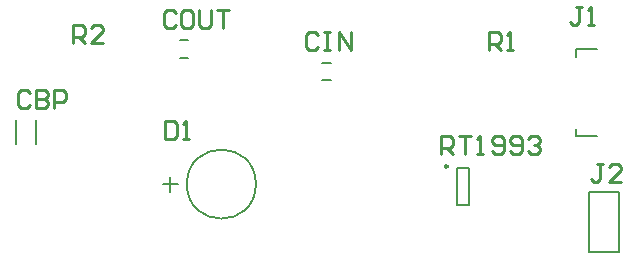
<source format=gto>
G04*
G04 #@! TF.GenerationSoftware,Altium Limited,Altium Designer,20.0.2 (26)*
G04*
G04 Layer_Color=65535*
%FSLAX25Y25*%
%MOIN*%
G70*
G01*
G75*
%ADD10C,0.00984*%
%ADD11C,0.00787*%
%ADD12C,0.01000*%
D10*
X302992Y250945D02*
G03*
X302992Y250945I-492J0D01*
G01*
D11*
X239006Y245000D02*
G03*
X239006Y245000I-11506J0D01*
G01*
X345807Y290039D02*
X352579D01*
X345807Y287480D02*
Y290039D01*
Y260906D02*
Y263465D01*
Y260906D02*
X352579D01*
X350000Y242500D02*
X360000D01*
Y222500D02*
Y242500D01*
X350000Y222500D02*
X360000D01*
X350000D02*
Y242500D01*
X309882Y238051D02*
Y250256D01*
X305945Y238051D02*
Y250256D01*
Y238051D02*
X309882D01*
X305945Y250256D02*
X309882D01*
X261122Y279547D02*
X263878D01*
X261122Y285453D02*
X263878D01*
X210500Y242500D02*
Y247500D01*
X208000Y245000D02*
X213000D01*
X213622Y292953D02*
X216378D01*
X213622Y287047D02*
X216378D01*
X159154Y258508D02*
Y266429D01*
X165846Y258508D02*
Y266429D01*
D12*
X347649Y304021D02*
X345649D01*
X346649D01*
Y299022D01*
X345649Y298022D01*
X344650D01*
X343650Y299022D01*
X349648Y298022D02*
X351647D01*
X350648D01*
Y304021D01*
X349648Y303021D01*
X354649Y251848D02*
X352649D01*
X353649D01*
Y246850D01*
X352649Y245850D01*
X351650D01*
X350650Y246850D01*
X360647Y245850D02*
X356648D01*
X360647Y249849D01*
Y250848D01*
X359647Y251848D01*
X357648D01*
X356648Y250848D01*
X316750Y289550D02*
Y295548D01*
X319749D01*
X320749Y294548D01*
Y292549D01*
X319749Y291549D01*
X316750D01*
X318749D02*
X320749Y289550D01*
X322748D02*
X324747D01*
X323748D01*
Y295548D01*
X322748Y294548D01*
X300553Y254921D02*
Y260918D01*
X303553D01*
X304552Y259919D01*
Y257920D01*
X303553Y256920D01*
X300553D01*
X302553D02*
X304552Y254921D01*
X306552Y260918D02*
X310550D01*
X308551D01*
Y254921D01*
X312550D02*
X314549D01*
X313549D01*
Y260918D01*
X312550Y259919D01*
X317548Y255920D02*
X318548Y254921D01*
X320547D01*
X321547Y255920D01*
Y259919D01*
X320547Y260918D01*
X318548D01*
X317548Y259919D01*
Y258919D01*
X318548Y257920D01*
X321547D01*
X323546Y255920D02*
X324546Y254921D01*
X326545D01*
X327545Y255920D01*
Y259919D01*
X326545Y260918D01*
X324546D01*
X323546Y259919D01*
Y258919D01*
X324546Y257920D01*
X327545D01*
X329544Y259919D02*
X330544Y260918D01*
X332543D01*
X333543Y259919D01*
Y258919D01*
X332543Y257920D01*
X331543D01*
X332543D01*
X333543Y256920D01*
Y255920D01*
X332543Y254921D01*
X330544D01*
X329544Y255920D01*
X259749Y294548D02*
X258749Y295548D01*
X256750D01*
X255750Y294548D01*
Y290550D01*
X256750Y289550D01*
X258749D01*
X259749Y290550D01*
X261748Y295548D02*
X263747D01*
X262748D01*
Y289550D01*
X261748D01*
X263747D01*
X266746D02*
Y295548D01*
X270745Y289550D01*
Y295548D01*
X208650Y265948D02*
Y259950D01*
X211649D01*
X212649Y260950D01*
Y264948D01*
X211649Y265948D01*
X208650D01*
X214648Y259950D02*
X216647D01*
X215648D01*
Y265948D01*
X214648Y264948D01*
X212199Y301998D02*
X211199Y302998D01*
X209200D01*
X208200Y301998D01*
Y298000D01*
X209200Y297000D01*
X211199D01*
X212199Y298000D01*
X217197Y302998D02*
X215198D01*
X214198Y301998D01*
Y298000D01*
X215198Y297000D01*
X217197D01*
X218197Y298000D01*
Y301998D01*
X217197Y302998D01*
X220196D02*
Y298000D01*
X221196Y297000D01*
X223195D01*
X224195Y298000D01*
Y302998D01*
X226194D02*
X230193D01*
X228193D01*
Y297000D01*
X177950Y292150D02*
Y298148D01*
X180949D01*
X181949Y297148D01*
Y295149D01*
X180949Y294149D01*
X177950D01*
X179949D02*
X181949Y292150D01*
X187947D02*
X183948D01*
X187947Y296149D01*
Y297148D01*
X186947Y298148D01*
X184948D01*
X183948Y297148D01*
X163749Y275217D02*
X162749Y276217D01*
X160750D01*
X159750Y275217D01*
Y271218D01*
X160750Y270218D01*
X162749D01*
X163749Y271218D01*
X165748Y276217D02*
Y270218D01*
X168747D01*
X169747Y271218D01*
Y272218D01*
X168747Y273218D01*
X165748D01*
X168747D01*
X169747Y274217D01*
Y275217D01*
X168747Y276217D01*
X165748D01*
X171746Y270218D02*
Y276217D01*
X174745D01*
X175745Y275217D01*
Y273218D01*
X174745Y272218D01*
X171746D01*
M02*

</source>
